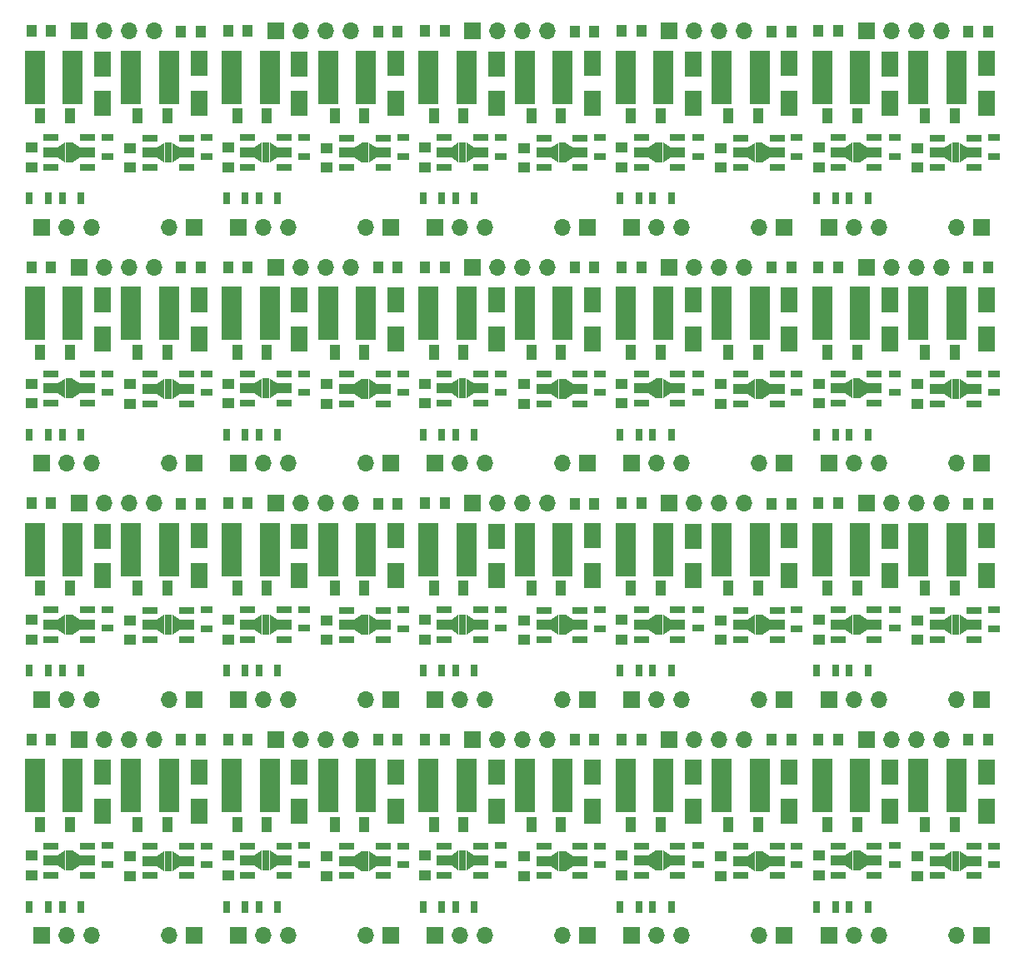
<source format=gts>
G04 #@! TF.FileFunction,Soldermask,Top*
%FSLAX46Y46*%
G04 Gerber Fmt 4.6, Leading zero omitted, Abs format (unit mm)*
G04 Created by KiCad (PCBNEW 4.0.2-stable) date 9/7/2017 8:19:00 PM*
%MOMM*%
G01*
G04 APERTURE LIST*
%ADD10C,0.100000*%
%ADD11R,1.500000X0.700000*%
%ADD12R,1.500000X1.000000*%
%ADD13R,0.800000X2.000000*%
%ADD14R,1.300000X0.700000*%
%ADD15R,1.250000X1.000000*%
%ADD16R,1.800000X2.500000*%
%ADD17R,2.150000X5.500000*%
%ADD18R,1.000000X1.600000*%
%ADD19R,1.000000X1.250000*%
%ADD20R,1.700000X1.700000*%
%ADD21O,1.700000X1.700000*%
%ADD22R,0.700000X1.300000*%
G04 APERTURE END LIST*
D10*
G36*
X135302000Y-135300000D02*
X136052000Y-135800000D01*
X136052000Y-136800000D01*
X135302000Y-137300000D01*
X135302000Y-135300000D01*
X135302000Y-135300000D01*
G37*
D11*
X136752000Y-134800000D03*
X136752000Y-137800000D03*
X133052000Y-134800000D03*
D12*
X133052000Y-136300000D03*
D11*
X133052000Y-137800000D03*
D12*
X136752000Y-136300000D03*
D10*
G36*
X134502000Y-137300000D02*
X133752000Y-136800000D01*
X133752000Y-135800000D01*
X134502000Y-135300000D01*
X134502000Y-137300000D01*
X134502000Y-137300000D01*
G37*
D13*
X134902000Y-136300000D03*
D10*
G36*
X115302000Y-135300000D02*
X116052000Y-135800000D01*
X116052000Y-136800000D01*
X115302000Y-137300000D01*
X115302000Y-135300000D01*
X115302000Y-135300000D01*
G37*
D11*
X116752000Y-134800000D03*
X116752000Y-137800000D03*
X113052000Y-134800000D03*
D12*
X113052000Y-136300000D03*
D11*
X113052000Y-137800000D03*
D12*
X116752000Y-136300000D03*
D10*
G36*
X114502000Y-137300000D02*
X113752000Y-136800000D01*
X113752000Y-135800000D01*
X114502000Y-135300000D01*
X114502000Y-137300000D01*
X114502000Y-137300000D01*
G37*
D13*
X114902000Y-136300000D03*
D10*
G36*
X95302000Y-135300000D02*
X96052000Y-135800000D01*
X96052000Y-136800000D01*
X95302000Y-137300000D01*
X95302000Y-135300000D01*
X95302000Y-135300000D01*
G37*
D11*
X96752000Y-134800000D03*
X96752000Y-137800000D03*
X93052000Y-134800000D03*
D12*
X93052000Y-136300000D03*
D11*
X93052000Y-137800000D03*
D12*
X96752000Y-136300000D03*
D10*
G36*
X94502000Y-137300000D02*
X93752000Y-136800000D01*
X93752000Y-135800000D01*
X94502000Y-135300000D01*
X94502000Y-137300000D01*
X94502000Y-137300000D01*
G37*
D13*
X94902000Y-136300000D03*
D10*
G36*
X75302000Y-135300000D02*
X76052000Y-135800000D01*
X76052000Y-136800000D01*
X75302000Y-137300000D01*
X75302000Y-135300000D01*
X75302000Y-135300000D01*
G37*
D11*
X76752000Y-134800000D03*
X76752000Y-137800000D03*
X73052000Y-134800000D03*
D12*
X73052000Y-136300000D03*
D11*
X73052000Y-137800000D03*
D12*
X76752000Y-136300000D03*
D10*
G36*
X74502000Y-137300000D02*
X73752000Y-136800000D01*
X73752000Y-135800000D01*
X74502000Y-135300000D01*
X74502000Y-137300000D01*
X74502000Y-137300000D01*
G37*
D13*
X74902000Y-136300000D03*
D10*
G36*
X55302000Y-135300000D02*
X56052000Y-135800000D01*
X56052000Y-136800000D01*
X55302000Y-137300000D01*
X55302000Y-135300000D01*
X55302000Y-135300000D01*
G37*
D11*
X56752000Y-134800000D03*
X56752000Y-137800000D03*
X53052000Y-134800000D03*
D12*
X53052000Y-136300000D03*
D11*
X53052000Y-137800000D03*
D12*
X56752000Y-136300000D03*
D10*
G36*
X54502000Y-137300000D02*
X53752000Y-136800000D01*
X53752000Y-135800000D01*
X54502000Y-135300000D01*
X54502000Y-137300000D01*
X54502000Y-137300000D01*
G37*
D13*
X54902000Y-136300000D03*
D10*
G36*
X135302000Y-111300000D02*
X136052000Y-111800000D01*
X136052000Y-112800000D01*
X135302000Y-113300000D01*
X135302000Y-111300000D01*
X135302000Y-111300000D01*
G37*
D11*
X136752000Y-110800000D03*
X136752000Y-113800000D03*
X133052000Y-110800000D03*
D12*
X133052000Y-112300000D03*
D11*
X133052000Y-113800000D03*
D12*
X136752000Y-112300000D03*
D10*
G36*
X134502000Y-113300000D02*
X133752000Y-112800000D01*
X133752000Y-111800000D01*
X134502000Y-111300000D01*
X134502000Y-113300000D01*
X134502000Y-113300000D01*
G37*
D13*
X134902000Y-112300000D03*
D10*
G36*
X115302000Y-111300000D02*
X116052000Y-111800000D01*
X116052000Y-112800000D01*
X115302000Y-113300000D01*
X115302000Y-111300000D01*
X115302000Y-111300000D01*
G37*
D11*
X116752000Y-110800000D03*
X116752000Y-113800000D03*
X113052000Y-110800000D03*
D12*
X113052000Y-112300000D03*
D11*
X113052000Y-113800000D03*
D12*
X116752000Y-112300000D03*
D10*
G36*
X114502000Y-113300000D02*
X113752000Y-112800000D01*
X113752000Y-111800000D01*
X114502000Y-111300000D01*
X114502000Y-113300000D01*
X114502000Y-113300000D01*
G37*
D13*
X114902000Y-112300000D03*
D10*
G36*
X95302000Y-111300000D02*
X96052000Y-111800000D01*
X96052000Y-112800000D01*
X95302000Y-113300000D01*
X95302000Y-111300000D01*
X95302000Y-111300000D01*
G37*
D11*
X96752000Y-110800000D03*
X96752000Y-113800000D03*
X93052000Y-110800000D03*
D12*
X93052000Y-112300000D03*
D11*
X93052000Y-113800000D03*
D12*
X96752000Y-112300000D03*
D10*
G36*
X94502000Y-113300000D02*
X93752000Y-112800000D01*
X93752000Y-111800000D01*
X94502000Y-111300000D01*
X94502000Y-113300000D01*
X94502000Y-113300000D01*
G37*
D13*
X94902000Y-112300000D03*
D10*
G36*
X75302000Y-111300000D02*
X76052000Y-111800000D01*
X76052000Y-112800000D01*
X75302000Y-113300000D01*
X75302000Y-111300000D01*
X75302000Y-111300000D01*
G37*
D11*
X76752000Y-110800000D03*
X76752000Y-113800000D03*
X73052000Y-110800000D03*
D12*
X73052000Y-112300000D03*
D11*
X73052000Y-113800000D03*
D12*
X76752000Y-112300000D03*
D10*
G36*
X74502000Y-113300000D02*
X73752000Y-112800000D01*
X73752000Y-111800000D01*
X74502000Y-111300000D01*
X74502000Y-113300000D01*
X74502000Y-113300000D01*
G37*
D13*
X74902000Y-112300000D03*
D10*
G36*
X55302000Y-111300000D02*
X56052000Y-111800000D01*
X56052000Y-112800000D01*
X55302000Y-113300000D01*
X55302000Y-111300000D01*
X55302000Y-111300000D01*
G37*
D11*
X56752000Y-110800000D03*
X56752000Y-113800000D03*
X53052000Y-110800000D03*
D12*
X53052000Y-112300000D03*
D11*
X53052000Y-113800000D03*
D12*
X56752000Y-112300000D03*
D10*
G36*
X54502000Y-113300000D02*
X53752000Y-112800000D01*
X53752000Y-111800000D01*
X54502000Y-111300000D01*
X54502000Y-113300000D01*
X54502000Y-113300000D01*
G37*
D13*
X54902000Y-112300000D03*
D10*
G36*
X135302000Y-87300000D02*
X136052000Y-87800000D01*
X136052000Y-88800000D01*
X135302000Y-89300000D01*
X135302000Y-87300000D01*
X135302000Y-87300000D01*
G37*
D11*
X136752000Y-86800000D03*
X136752000Y-89800000D03*
X133052000Y-86800000D03*
D12*
X133052000Y-88300000D03*
D11*
X133052000Y-89800000D03*
D12*
X136752000Y-88300000D03*
D10*
G36*
X134502000Y-89300000D02*
X133752000Y-88800000D01*
X133752000Y-87800000D01*
X134502000Y-87300000D01*
X134502000Y-89300000D01*
X134502000Y-89300000D01*
G37*
D13*
X134902000Y-88300000D03*
D10*
G36*
X115302000Y-87300000D02*
X116052000Y-87800000D01*
X116052000Y-88800000D01*
X115302000Y-89300000D01*
X115302000Y-87300000D01*
X115302000Y-87300000D01*
G37*
D11*
X116752000Y-86800000D03*
X116752000Y-89800000D03*
X113052000Y-86800000D03*
D12*
X113052000Y-88300000D03*
D11*
X113052000Y-89800000D03*
D12*
X116752000Y-88300000D03*
D10*
G36*
X114502000Y-89300000D02*
X113752000Y-88800000D01*
X113752000Y-87800000D01*
X114502000Y-87300000D01*
X114502000Y-89300000D01*
X114502000Y-89300000D01*
G37*
D13*
X114902000Y-88300000D03*
D10*
G36*
X95302000Y-87300000D02*
X96052000Y-87800000D01*
X96052000Y-88800000D01*
X95302000Y-89300000D01*
X95302000Y-87300000D01*
X95302000Y-87300000D01*
G37*
D11*
X96752000Y-86800000D03*
X96752000Y-89800000D03*
X93052000Y-86800000D03*
D12*
X93052000Y-88300000D03*
D11*
X93052000Y-89800000D03*
D12*
X96752000Y-88300000D03*
D10*
G36*
X94502000Y-89300000D02*
X93752000Y-88800000D01*
X93752000Y-87800000D01*
X94502000Y-87300000D01*
X94502000Y-89300000D01*
X94502000Y-89300000D01*
G37*
D13*
X94902000Y-88300000D03*
D10*
G36*
X75302000Y-87300000D02*
X76052000Y-87800000D01*
X76052000Y-88800000D01*
X75302000Y-89300000D01*
X75302000Y-87300000D01*
X75302000Y-87300000D01*
G37*
D11*
X76752000Y-86800000D03*
X76752000Y-89800000D03*
X73052000Y-86800000D03*
D12*
X73052000Y-88300000D03*
D11*
X73052000Y-89800000D03*
D12*
X76752000Y-88300000D03*
D10*
G36*
X74502000Y-89300000D02*
X73752000Y-88800000D01*
X73752000Y-87800000D01*
X74502000Y-87300000D01*
X74502000Y-89300000D01*
X74502000Y-89300000D01*
G37*
D13*
X74902000Y-88300000D03*
D10*
G36*
X55302000Y-87300000D02*
X56052000Y-87800000D01*
X56052000Y-88800000D01*
X55302000Y-89300000D01*
X55302000Y-87300000D01*
X55302000Y-87300000D01*
G37*
D11*
X56752000Y-86800000D03*
X56752000Y-89800000D03*
X53052000Y-86800000D03*
D12*
X53052000Y-88300000D03*
D11*
X53052000Y-89800000D03*
D12*
X56752000Y-88300000D03*
D10*
G36*
X54502000Y-89300000D02*
X53752000Y-88800000D01*
X53752000Y-87800000D01*
X54502000Y-87300000D01*
X54502000Y-89300000D01*
X54502000Y-89300000D01*
G37*
D13*
X54902000Y-88300000D03*
D10*
G36*
X135302000Y-63300000D02*
X136052000Y-63800000D01*
X136052000Y-64800000D01*
X135302000Y-65300000D01*
X135302000Y-63300000D01*
X135302000Y-63300000D01*
G37*
D11*
X136752000Y-62800000D03*
X136752000Y-65800000D03*
X133052000Y-62800000D03*
D12*
X133052000Y-64300000D03*
D11*
X133052000Y-65800000D03*
D12*
X136752000Y-64300000D03*
D10*
G36*
X134502000Y-65300000D02*
X133752000Y-64800000D01*
X133752000Y-63800000D01*
X134502000Y-63300000D01*
X134502000Y-65300000D01*
X134502000Y-65300000D01*
G37*
D13*
X134902000Y-64300000D03*
D10*
G36*
X115302000Y-63300000D02*
X116052000Y-63800000D01*
X116052000Y-64800000D01*
X115302000Y-65300000D01*
X115302000Y-63300000D01*
X115302000Y-63300000D01*
G37*
D11*
X116752000Y-62800000D03*
X116752000Y-65800000D03*
X113052000Y-62800000D03*
D12*
X113052000Y-64300000D03*
D11*
X113052000Y-65800000D03*
D12*
X116752000Y-64300000D03*
D10*
G36*
X114502000Y-65300000D02*
X113752000Y-64800000D01*
X113752000Y-63800000D01*
X114502000Y-63300000D01*
X114502000Y-65300000D01*
X114502000Y-65300000D01*
G37*
D13*
X114902000Y-64300000D03*
D10*
G36*
X95302000Y-63300000D02*
X96052000Y-63800000D01*
X96052000Y-64800000D01*
X95302000Y-65300000D01*
X95302000Y-63300000D01*
X95302000Y-63300000D01*
G37*
D11*
X96752000Y-62800000D03*
X96752000Y-65800000D03*
X93052000Y-62800000D03*
D12*
X93052000Y-64300000D03*
D11*
X93052000Y-65800000D03*
D12*
X96752000Y-64300000D03*
D10*
G36*
X94502000Y-65300000D02*
X93752000Y-64800000D01*
X93752000Y-63800000D01*
X94502000Y-63300000D01*
X94502000Y-65300000D01*
X94502000Y-65300000D01*
G37*
D13*
X94902000Y-64300000D03*
D10*
G36*
X75302000Y-63300000D02*
X76052000Y-63800000D01*
X76052000Y-64800000D01*
X75302000Y-65300000D01*
X75302000Y-63300000D01*
X75302000Y-63300000D01*
G37*
D11*
X76752000Y-62800000D03*
X76752000Y-65800000D03*
X73052000Y-62800000D03*
D12*
X73052000Y-64300000D03*
D11*
X73052000Y-65800000D03*
D12*
X76752000Y-64300000D03*
D10*
G36*
X74502000Y-65300000D02*
X73752000Y-64800000D01*
X73752000Y-63800000D01*
X74502000Y-63300000D01*
X74502000Y-65300000D01*
X74502000Y-65300000D01*
G37*
D13*
X74902000Y-64300000D03*
D14*
X138813600Y-134791200D03*
X138813600Y-136691200D03*
X118813600Y-134791200D03*
X118813600Y-136691200D03*
X98813600Y-134791200D03*
X98813600Y-136691200D03*
X78813600Y-134791200D03*
X78813600Y-136691200D03*
X58813600Y-134791200D03*
X58813600Y-136691200D03*
X138813600Y-110791200D03*
X138813600Y-112691200D03*
X118813600Y-110791200D03*
X118813600Y-112691200D03*
X98813600Y-110791200D03*
X98813600Y-112691200D03*
X78813600Y-110791200D03*
X78813600Y-112691200D03*
X58813600Y-110791200D03*
X58813600Y-112691200D03*
X138813600Y-86791200D03*
X138813600Y-88691200D03*
X118813600Y-86791200D03*
X118813600Y-88691200D03*
X98813600Y-86791200D03*
X98813600Y-88691200D03*
X78813600Y-86791200D03*
X78813600Y-88691200D03*
X58813600Y-86791200D03*
X58813600Y-88691200D03*
X138813600Y-62791200D03*
X138813600Y-64691200D03*
X118813600Y-62791200D03*
X118813600Y-64691200D03*
X98813600Y-62791200D03*
X98813600Y-64691200D03*
X78813600Y-62791200D03*
X78813600Y-64691200D03*
D15*
X131092000Y-137808000D03*
X131092000Y-135808000D03*
X111092000Y-137808000D03*
X111092000Y-135808000D03*
X91092000Y-137808000D03*
X91092000Y-135808000D03*
X71092000Y-137808000D03*
X71092000Y-135808000D03*
X51092000Y-137808000D03*
X51092000Y-135808000D03*
X131092000Y-113808000D03*
X131092000Y-111808000D03*
X111092000Y-113808000D03*
X111092000Y-111808000D03*
X91092000Y-113808000D03*
X91092000Y-111808000D03*
X71092000Y-113808000D03*
X71092000Y-111808000D03*
X51092000Y-113808000D03*
X51092000Y-111808000D03*
X131092000Y-89808000D03*
X131092000Y-87808000D03*
X111092000Y-89808000D03*
X111092000Y-87808000D03*
X91092000Y-89808000D03*
X91092000Y-87808000D03*
X71092000Y-89808000D03*
X71092000Y-87808000D03*
X51092000Y-89808000D03*
X51092000Y-87808000D03*
X131092000Y-65808000D03*
X131092000Y-63808000D03*
X111092000Y-65808000D03*
X111092000Y-63808000D03*
X91092000Y-65808000D03*
X91092000Y-63808000D03*
X71092000Y-65808000D03*
X71092000Y-63808000D03*
D10*
G36*
X145407000Y-135339500D02*
X146157000Y-135839500D01*
X146157000Y-136839500D01*
X145407000Y-137339500D01*
X145407000Y-135339500D01*
X145407000Y-135339500D01*
G37*
D11*
X146857000Y-134839500D03*
X146857000Y-137839500D03*
X143157000Y-134839500D03*
D12*
X143157000Y-136339500D03*
D11*
X143157000Y-137839500D03*
D12*
X146857000Y-136339500D03*
D10*
G36*
X144607000Y-137339500D02*
X143857000Y-136839500D01*
X143857000Y-135839500D01*
X144607000Y-135339500D01*
X144607000Y-137339500D01*
X144607000Y-137339500D01*
G37*
D13*
X145007000Y-136339500D03*
D10*
G36*
X125407000Y-135339500D02*
X126157000Y-135839500D01*
X126157000Y-136839500D01*
X125407000Y-137339500D01*
X125407000Y-135339500D01*
X125407000Y-135339500D01*
G37*
D11*
X126857000Y-134839500D03*
X126857000Y-137839500D03*
X123157000Y-134839500D03*
D12*
X123157000Y-136339500D03*
D11*
X123157000Y-137839500D03*
D12*
X126857000Y-136339500D03*
D10*
G36*
X124607000Y-137339500D02*
X123857000Y-136839500D01*
X123857000Y-135839500D01*
X124607000Y-135339500D01*
X124607000Y-137339500D01*
X124607000Y-137339500D01*
G37*
D13*
X125007000Y-136339500D03*
D10*
G36*
X105407000Y-135339500D02*
X106157000Y-135839500D01*
X106157000Y-136839500D01*
X105407000Y-137339500D01*
X105407000Y-135339500D01*
X105407000Y-135339500D01*
G37*
D11*
X106857000Y-134839500D03*
X106857000Y-137839500D03*
X103157000Y-134839500D03*
D12*
X103157000Y-136339500D03*
D11*
X103157000Y-137839500D03*
D12*
X106857000Y-136339500D03*
D10*
G36*
X104607000Y-137339500D02*
X103857000Y-136839500D01*
X103857000Y-135839500D01*
X104607000Y-135339500D01*
X104607000Y-137339500D01*
X104607000Y-137339500D01*
G37*
D13*
X105007000Y-136339500D03*
D10*
G36*
X85407000Y-135339500D02*
X86157000Y-135839500D01*
X86157000Y-136839500D01*
X85407000Y-137339500D01*
X85407000Y-135339500D01*
X85407000Y-135339500D01*
G37*
D11*
X86857000Y-134839500D03*
X86857000Y-137839500D03*
X83157000Y-134839500D03*
D12*
X83157000Y-136339500D03*
D11*
X83157000Y-137839500D03*
D12*
X86857000Y-136339500D03*
D10*
G36*
X84607000Y-137339500D02*
X83857000Y-136839500D01*
X83857000Y-135839500D01*
X84607000Y-135339500D01*
X84607000Y-137339500D01*
X84607000Y-137339500D01*
G37*
D13*
X85007000Y-136339500D03*
D10*
G36*
X65407000Y-135339500D02*
X66157000Y-135839500D01*
X66157000Y-136839500D01*
X65407000Y-137339500D01*
X65407000Y-135339500D01*
X65407000Y-135339500D01*
G37*
D11*
X66857000Y-134839500D03*
X66857000Y-137839500D03*
X63157000Y-134839500D03*
D12*
X63157000Y-136339500D03*
D11*
X63157000Y-137839500D03*
D12*
X66857000Y-136339500D03*
D10*
G36*
X64607000Y-137339500D02*
X63857000Y-136839500D01*
X63857000Y-135839500D01*
X64607000Y-135339500D01*
X64607000Y-137339500D01*
X64607000Y-137339500D01*
G37*
D13*
X65007000Y-136339500D03*
D10*
G36*
X145407000Y-111339500D02*
X146157000Y-111839500D01*
X146157000Y-112839500D01*
X145407000Y-113339500D01*
X145407000Y-111339500D01*
X145407000Y-111339500D01*
G37*
D11*
X146857000Y-110839500D03*
X146857000Y-113839500D03*
X143157000Y-110839500D03*
D12*
X143157000Y-112339500D03*
D11*
X143157000Y-113839500D03*
D12*
X146857000Y-112339500D03*
D10*
G36*
X144607000Y-113339500D02*
X143857000Y-112839500D01*
X143857000Y-111839500D01*
X144607000Y-111339500D01*
X144607000Y-113339500D01*
X144607000Y-113339500D01*
G37*
D13*
X145007000Y-112339500D03*
D10*
G36*
X125407000Y-111339500D02*
X126157000Y-111839500D01*
X126157000Y-112839500D01*
X125407000Y-113339500D01*
X125407000Y-111339500D01*
X125407000Y-111339500D01*
G37*
D11*
X126857000Y-110839500D03*
X126857000Y-113839500D03*
X123157000Y-110839500D03*
D12*
X123157000Y-112339500D03*
D11*
X123157000Y-113839500D03*
D12*
X126857000Y-112339500D03*
D10*
G36*
X124607000Y-113339500D02*
X123857000Y-112839500D01*
X123857000Y-111839500D01*
X124607000Y-111339500D01*
X124607000Y-113339500D01*
X124607000Y-113339500D01*
G37*
D13*
X125007000Y-112339500D03*
D10*
G36*
X105407000Y-111339500D02*
X106157000Y-111839500D01*
X106157000Y-112839500D01*
X105407000Y-113339500D01*
X105407000Y-111339500D01*
X105407000Y-111339500D01*
G37*
D11*
X106857000Y-110839500D03*
X106857000Y-113839500D03*
X103157000Y-110839500D03*
D12*
X103157000Y-112339500D03*
D11*
X103157000Y-113839500D03*
D12*
X106857000Y-112339500D03*
D10*
G36*
X104607000Y-113339500D02*
X103857000Y-112839500D01*
X103857000Y-111839500D01*
X104607000Y-111339500D01*
X104607000Y-113339500D01*
X104607000Y-113339500D01*
G37*
D13*
X105007000Y-112339500D03*
D10*
G36*
X85407000Y-111339500D02*
X86157000Y-111839500D01*
X86157000Y-112839500D01*
X85407000Y-113339500D01*
X85407000Y-111339500D01*
X85407000Y-111339500D01*
G37*
D11*
X86857000Y-110839500D03*
X86857000Y-113839500D03*
X83157000Y-110839500D03*
D12*
X83157000Y-112339500D03*
D11*
X83157000Y-113839500D03*
D12*
X86857000Y-112339500D03*
D10*
G36*
X84607000Y-113339500D02*
X83857000Y-112839500D01*
X83857000Y-111839500D01*
X84607000Y-111339500D01*
X84607000Y-113339500D01*
X84607000Y-113339500D01*
G37*
D13*
X85007000Y-112339500D03*
D10*
G36*
X65407000Y-111339500D02*
X66157000Y-111839500D01*
X66157000Y-112839500D01*
X65407000Y-113339500D01*
X65407000Y-111339500D01*
X65407000Y-111339500D01*
G37*
D11*
X66857000Y-110839500D03*
X66857000Y-113839500D03*
X63157000Y-110839500D03*
D12*
X63157000Y-112339500D03*
D11*
X63157000Y-113839500D03*
D12*
X66857000Y-112339500D03*
D10*
G36*
X64607000Y-113339500D02*
X63857000Y-112839500D01*
X63857000Y-111839500D01*
X64607000Y-111339500D01*
X64607000Y-113339500D01*
X64607000Y-113339500D01*
G37*
D13*
X65007000Y-112339500D03*
D10*
G36*
X145407000Y-87339500D02*
X146157000Y-87839500D01*
X146157000Y-88839500D01*
X145407000Y-89339500D01*
X145407000Y-87339500D01*
X145407000Y-87339500D01*
G37*
D11*
X146857000Y-86839500D03*
X146857000Y-89839500D03*
X143157000Y-86839500D03*
D12*
X143157000Y-88339500D03*
D11*
X143157000Y-89839500D03*
D12*
X146857000Y-88339500D03*
D10*
G36*
X144607000Y-89339500D02*
X143857000Y-88839500D01*
X143857000Y-87839500D01*
X144607000Y-87339500D01*
X144607000Y-89339500D01*
X144607000Y-89339500D01*
G37*
D13*
X145007000Y-88339500D03*
D10*
G36*
X125407000Y-87339500D02*
X126157000Y-87839500D01*
X126157000Y-88839500D01*
X125407000Y-89339500D01*
X125407000Y-87339500D01*
X125407000Y-87339500D01*
G37*
D11*
X126857000Y-86839500D03*
X126857000Y-89839500D03*
X123157000Y-86839500D03*
D12*
X123157000Y-88339500D03*
D11*
X123157000Y-89839500D03*
D12*
X126857000Y-88339500D03*
D10*
G36*
X124607000Y-89339500D02*
X123857000Y-88839500D01*
X123857000Y-87839500D01*
X124607000Y-87339500D01*
X124607000Y-89339500D01*
X124607000Y-89339500D01*
G37*
D13*
X125007000Y-88339500D03*
D10*
G36*
X105407000Y-87339500D02*
X106157000Y-87839500D01*
X106157000Y-88839500D01*
X105407000Y-89339500D01*
X105407000Y-87339500D01*
X105407000Y-87339500D01*
G37*
D11*
X106857000Y-86839500D03*
X106857000Y-89839500D03*
X103157000Y-86839500D03*
D12*
X103157000Y-88339500D03*
D11*
X103157000Y-89839500D03*
D12*
X106857000Y-88339500D03*
D10*
G36*
X104607000Y-89339500D02*
X103857000Y-88839500D01*
X103857000Y-87839500D01*
X104607000Y-87339500D01*
X104607000Y-89339500D01*
X104607000Y-89339500D01*
G37*
D13*
X105007000Y-88339500D03*
D10*
G36*
X85407000Y-87339500D02*
X86157000Y-87839500D01*
X86157000Y-88839500D01*
X85407000Y-89339500D01*
X85407000Y-87339500D01*
X85407000Y-87339500D01*
G37*
D11*
X86857000Y-86839500D03*
X86857000Y-89839500D03*
X83157000Y-86839500D03*
D12*
X83157000Y-88339500D03*
D11*
X83157000Y-89839500D03*
D12*
X86857000Y-88339500D03*
D10*
G36*
X84607000Y-89339500D02*
X83857000Y-88839500D01*
X83857000Y-87839500D01*
X84607000Y-87339500D01*
X84607000Y-89339500D01*
X84607000Y-89339500D01*
G37*
D13*
X85007000Y-88339500D03*
D10*
G36*
X65407000Y-87339500D02*
X66157000Y-87839500D01*
X66157000Y-88839500D01*
X65407000Y-89339500D01*
X65407000Y-87339500D01*
X65407000Y-87339500D01*
G37*
D11*
X66857000Y-86839500D03*
X66857000Y-89839500D03*
X63157000Y-86839500D03*
D12*
X63157000Y-88339500D03*
D11*
X63157000Y-89839500D03*
D12*
X66857000Y-88339500D03*
D10*
G36*
X64607000Y-89339500D02*
X63857000Y-88839500D01*
X63857000Y-87839500D01*
X64607000Y-87339500D01*
X64607000Y-89339500D01*
X64607000Y-89339500D01*
G37*
D13*
X65007000Y-88339500D03*
D10*
G36*
X145407000Y-63339500D02*
X146157000Y-63839500D01*
X146157000Y-64839500D01*
X145407000Y-65339500D01*
X145407000Y-63339500D01*
X145407000Y-63339500D01*
G37*
D11*
X146857000Y-62839500D03*
X146857000Y-65839500D03*
X143157000Y-62839500D03*
D12*
X143157000Y-64339500D03*
D11*
X143157000Y-65839500D03*
D12*
X146857000Y-64339500D03*
D10*
G36*
X144607000Y-65339500D02*
X143857000Y-64839500D01*
X143857000Y-63839500D01*
X144607000Y-63339500D01*
X144607000Y-65339500D01*
X144607000Y-65339500D01*
G37*
D13*
X145007000Y-64339500D03*
D10*
G36*
X125407000Y-63339500D02*
X126157000Y-63839500D01*
X126157000Y-64839500D01*
X125407000Y-65339500D01*
X125407000Y-63339500D01*
X125407000Y-63339500D01*
G37*
D11*
X126857000Y-62839500D03*
X126857000Y-65839500D03*
X123157000Y-62839500D03*
D12*
X123157000Y-64339500D03*
D11*
X123157000Y-65839500D03*
D12*
X126857000Y-64339500D03*
D10*
G36*
X124607000Y-65339500D02*
X123857000Y-64839500D01*
X123857000Y-63839500D01*
X124607000Y-63339500D01*
X124607000Y-65339500D01*
X124607000Y-65339500D01*
G37*
D13*
X125007000Y-64339500D03*
D10*
G36*
X105407000Y-63339500D02*
X106157000Y-63839500D01*
X106157000Y-64839500D01*
X105407000Y-65339500D01*
X105407000Y-63339500D01*
X105407000Y-63339500D01*
G37*
D11*
X106857000Y-62839500D03*
X106857000Y-65839500D03*
X103157000Y-62839500D03*
D12*
X103157000Y-64339500D03*
D11*
X103157000Y-65839500D03*
D12*
X106857000Y-64339500D03*
D10*
G36*
X104607000Y-65339500D02*
X103857000Y-64839500D01*
X103857000Y-63839500D01*
X104607000Y-63339500D01*
X104607000Y-65339500D01*
X104607000Y-65339500D01*
G37*
D13*
X105007000Y-64339500D03*
D10*
G36*
X85407000Y-63339500D02*
X86157000Y-63839500D01*
X86157000Y-64839500D01*
X85407000Y-65339500D01*
X85407000Y-63339500D01*
X85407000Y-63339500D01*
G37*
D11*
X86857000Y-62839500D03*
X86857000Y-65839500D03*
X83157000Y-62839500D03*
D12*
X83157000Y-64339500D03*
D11*
X83157000Y-65839500D03*
D12*
X86857000Y-64339500D03*
D10*
G36*
X84607000Y-65339500D02*
X83857000Y-64839500D01*
X83857000Y-63839500D01*
X84607000Y-63339500D01*
X84607000Y-65339500D01*
X84607000Y-65339500D01*
G37*
D13*
X85007000Y-64339500D03*
D15*
X141125000Y-137871500D03*
X141125000Y-135871500D03*
X121125000Y-137871500D03*
X121125000Y-135871500D03*
X101125000Y-137871500D03*
X101125000Y-135871500D03*
X81125000Y-137871500D03*
X81125000Y-135871500D03*
X61125000Y-137871500D03*
X61125000Y-135871500D03*
X141125000Y-113871500D03*
X141125000Y-111871500D03*
X121125000Y-113871500D03*
X121125000Y-111871500D03*
X101125000Y-113871500D03*
X101125000Y-111871500D03*
X81125000Y-113871500D03*
X81125000Y-111871500D03*
X61125000Y-113871500D03*
X61125000Y-111871500D03*
X141125000Y-89871500D03*
X141125000Y-87871500D03*
X121125000Y-89871500D03*
X121125000Y-87871500D03*
X101125000Y-89871500D03*
X101125000Y-87871500D03*
X81125000Y-89871500D03*
X81125000Y-87871500D03*
X61125000Y-89871500D03*
X61125000Y-87871500D03*
X141125000Y-65871500D03*
X141125000Y-63871500D03*
X121125000Y-65871500D03*
X121125000Y-63871500D03*
X101125000Y-65871500D03*
X101125000Y-63871500D03*
X81125000Y-65871500D03*
X81125000Y-63871500D03*
D14*
X148872000Y-134803900D03*
X148872000Y-136703900D03*
X128872000Y-134803900D03*
X128872000Y-136703900D03*
X108872000Y-134803900D03*
X108872000Y-136703900D03*
X88872000Y-134803900D03*
X88872000Y-136703900D03*
X68872000Y-134803900D03*
X68872000Y-136703900D03*
X148872000Y-110803900D03*
X148872000Y-112703900D03*
X128872000Y-110803900D03*
X128872000Y-112703900D03*
X108872000Y-110803900D03*
X108872000Y-112703900D03*
X88872000Y-110803900D03*
X88872000Y-112703900D03*
X68872000Y-110803900D03*
X68872000Y-112703900D03*
X148872000Y-86803900D03*
X148872000Y-88703900D03*
X128872000Y-86803900D03*
X128872000Y-88703900D03*
X108872000Y-86803900D03*
X108872000Y-88703900D03*
X88872000Y-86803900D03*
X88872000Y-88703900D03*
X68872000Y-86803900D03*
X68872000Y-88703900D03*
X148872000Y-62803900D03*
X148872000Y-64703900D03*
X128872000Y-62803900D03*
X128872000Y-64703900D03*
X108872000Y-62803900D03*
X108872000Y-64703900D03*
X88872000Y-62803900D03*
X88872000Y-64703900D03*
D16*
X138331000Y-131315000D03*
X138331000Y-127315000D03*
X118331000Y-131315000D03*
X118331000Y-127315000D03*
X98331000Y-131315000D03*
X98331000Y-127315000D03*
X78331000Y-131315000D03*
X78331000Y-127315000D03*
X58331000Y-131315000D03*
X58331000Y-127315000D03*
X138331000Y-107315000D03*
X138331000Y-103315000D03*
X118331000Y-107315000D03*
X118331000Y-103315000D03*
X98331000Y-107315000D03*
X98331000Y-103315000D03*
X78331000Y-107315000D03*
X78331000Y-103315000D03*
X58331000Y-107315000D03*
X58331000Y-103315000D03*
X138331000Y-83315000D03*
X138331000Y-79315000D03*
X118331000Y-83315000D03*
X118331000Y-79315000D03*
X98331000Y-83315000D03*
X98331000Y-79315000D03*
X78331000Y-83315000D03*
X78331000Y-79315000D03*
X58331000Y-83315000D03*
X58331000Y-79315000D03*
X138331000Y-59315000D03*
X138331000Y-55315000D03*
X118331000Y-59315000D03*
X118331000Y-55315000D03*
X98331000Y-59315000D03*
X98331000Y-55315000D03*
X78331000Y-59315000D03*
X78331000Y-55315000D03*
D17*
X131453000Y-128680000D03*
X135303000Y-128680000D03*
X111453000Y-128680000D03*
X115303000Y-128680000D03*
X91453000Y-128680000D03*
X95303000Y-128680000D03*
X71453000Y-128680000D03*
X75303000Y-128680000D03*
X51453000Y-128680000D03*
X55303000Y-128680000D03*
X131453000Y-104680000D03*
X135303000Y-104680000D03*
X111453000Y-104680000D03*
X115303000Y-104680000D03*
X91453000Y-104680000D03*
X95303000Y-104680000D03*
X71453000Y-104680000D03*
X75303000Y-104680000D03*
X51453000Y-104680000D03*
X55303000Y-104680000D03*
X131453000Y-80680000D03*
X135303000Y-80680000D03*
X111453000Y-80680000D03*
X115303000Y-80680000D03*
X91453000Y-80680000D03*
X95303000Y-80680000D03*
X71453000Y-80680000D03*
X75303000Y-80680000D03*
X51453000Y-80680000D03*
X55303000Y-80680000D03*
X131453000Y-56680000D03*
X135303000Y-56680000D03*
X111453000Y-56680000D03*
X115303000Y-56680000D03*
X91453000Y-56680000D03*
X95303000Y-56680000D03*
X71453000Y-56680000D03*
X75303000Y-56680000D03*
D18*
X132005000Y-132617000D03*
X135005000Y-132617000D03*
X112005000Y-132617000D03*
X115005000Y-132617000D03*
X92005000Y-132617000D03*
X95005000Y-132617000D03*
X72005000Y-132617000D03*
X75005000Y-132617000D03*
X52005000Y-132617000D03*
X55005000Y-132617000D03*
X132005000Y-108617000D03*
X135005000Y-108617000D03*
X112005000Y-108617000D03*
X115005000Y-108617000D03*
X92005000Y-108617000D03*
X95005000Y-108617000D03*
X72005000Y-108617000D03*
X75005000Y-108617000D03*
X52005000Y-108617000D03*
X55005000Y-108617000D03*
X132005000Y-84617000D03*
X135005000Y-84617000D03*
X112005000Y-84617000D03*
X115005000Y-84617000D03*
X92005000Y-84617000D03*
X95005000Y-84617000D03*
X72005000Y-84617000D03*
X75005000Y-84617000D03*
X52005000Y-84617000D03*
X55005000Y-84617000D03*
X132005000Y-60617000D03*
X135005000Y-60617000D03*
X112005000Y-60617000D03*
X115005000Y-60617000D03*
X92005000Y-60617000D03*
X95005000Y-60617000D03*
X72005000Y-60617000D03*
X75005000Y-60617000D03*
D19*
X131082600Y-123955600D03*
X133082600Y-123955600D03*
X111082600Y-123955600D03*
X113082600Y-123955600D03*
X91082600Y-123955600D03*
X93082600Y-123955600D03*
X71082600Y-123955600D03*
X73082600Y-123955600D03*
X51082600Y-123955600D03*
X53082600Y-123955600D03*
X131082600Y-99955600D03*
X133082600Y-99955600D03*
X111082600Y-99955600D03*
X113082600Y-99955600D03*
X91082600Y-99955600D03*
X93082600Y-99955600D03*
X71082600Y-99955600D03*
X73082600Y-99955600D03*
X51082600Y-99955600D03*
X53082600Y-99955600D03*
X131082600Y-75955600D03*
X133082600Y-75955600D03*
X111082600Y-75955600D03*
X113082600Y-75955600D03*
X91082600Y-75955600D03*
X93082600Y-75955600D03*
X71082600Y-75955600D03*
X73082600Y-75955600D03*
X51082600Y-75955600D03*
X53082600Y-75955600D03*
X131082600Y-51955600D03*
X133082600Y-51955600D03*
X111082600Y-51955600D03*
X113082600Y-51955600D03*
X91082600Y-51955600D03*
X93082600Y-51955600D03*
X71082600Y-51955600D03*
X73082600Y-51955600D03*
D20*
X135918000Y-123981000D03*
D21*
X138458000Y-123981000D03*
X140998000Y-123981000D03*
X143538000Y-123981000D03*
D20*
X115918000Y-123981000D03*
D21*
X118458000Y-123981000D03*
X120998000Y-123981000D03*
X123538000Y-123981000D03*
D20*
X95918000Y-123981000D03*
D21*
X98458000Y-123981000D03*
X100998000Y-123981000D03*
X103538000Y-123981000D03*
D20*
X75918000Y-123981000D03*
D21*
X78458000Y-123981000D03*
X80998000Y-123981000D03*
X83538000Y-123981000D03*
D20*
X55918000Y-123981000D03*
D21*
X58458000Y-123981000D03*
X60998000Y-123981000D03*
X63538000Y-123981000D03*
D20*
X135918000Y-99981000D03*
D21*
X138458000Y-99981000D03*
X140998000Y-99981000D03*
X143538000Y-99981000D03*
D20*
X115918000Y-99981000D03*
D21*
X118458000Y-99981000D03*
X120998000Y-99981000D03*
X123538000Y-99981000D03*
D20*
X95918000Y-99981000D03*
D21*
X98458000Y-99981000D03*
X100998000Y-99981000D03*
X103538000Y-99981000D03*
D20*
X75918000Y-99981000D03*
D21*
X78458000Y-99981000D03*
X80998000Y-99981000D03*
X83538000Y-99981000D03*
D20*
X55918000Y-99981000D03*
D21*
X58458000Y-99981000D03*
X60998000Y-99981000D03*
X63538000Y-99981000D03*
D20*
X135918000Y-75981000D03*
D21*
X138458000Y-75981000D03*
X140998000Y-75981000D03*
X143538000Y-75981000D03*
D20*
X115918000Y-75981000D03*
D21*
X118458000Y-75981000D03*
X120998000Y-75981000D03*
X123538000Y-75981000D03*
D20*
X95918000Y-75981000D03*
D21*
X98458000Y-75981000D03*
X100998000Y-75981000D03*
X103538000Y-75981000D03*
D20*
X75918000Y-75981000D03*
D21*
X78458000Y-75981000D03*
X80998000Y-75981000D03*
X83538000Y-75981000D03*
D20*
X55918000Y-75981000D03*
D21*
X58458000Y-75981000D03*
X60998000Y-75981000D03*
X63538000Y-75981000D03*
D20*
X135918000Y-51981000D03*
D21*
X138458000Y-51981000D03*
X140998000Y-51981000D03*
X143538000Y-51981000D03*
D20*
X115918000Y-51981000D03*
D21*
X118458000Y-51981000D03*
X120998000Y-51981000D03*
X123538000Y-51981000D03*
D20*
X95918000Y-51981000D03*
D21*
X98458000Y-51981000D03*
X100998000Y-51981000D03*
X103538000Y-51981000D03*
D20*
X75918000Y-51981000D03*
D21*
X78458000Y-51981000D03*
X80998000Y-51981000D03*
X83538000Y-51981000D03*
D16*
X148110000Y-131283000D03*
X148110000Y-127283000D03*
X128110000Y-131283000D03*
X128110000Y-127283000D03*
X108110000Y-131283000D03*
X108110000Y-127283000D03*
X88110000Y-131283000D03*
X88110000Y-127283000D03*
X68110000Y-131283000D03*
X68110000Y-127283000D03*
X148110000Y-107283000D03*
X148110000Y-103283000D03*
X128110000Y-107283000D03*
X128110000Y-103283000D03*
X108110000Y-107283000D03*
X108110000Y-103283000D03*
X88110000Y-107283000D03*
X88110000Y-103283000D03*
X68110000Y-107283000D03*
X68110000Y-103283000D03*
X148110000Y-83283000D03*
X148110000Y-79283000D03*
X128110000Y-83283000D03*
X128110000Y-79283000D03*
X108110000Y-83283000D03*
X108110000Y-79283000D03*
X88110000Y-83283000D03*
X88110000Y-79283000D03*
X68110000Y-83283000D03*
X68110000Y-79283000D03*
X148110000Y-59283000D03*
X148110000Y-55283000D03*
X128110000Y-59283000D03*
X128110000Y-55283000D03*
X108110000Y-59283000D03*
X108110000Y-55283000D03*
X88110000Y-59283000D03*
X88110000Y-55283000D03*
D18*
X141911000Y-132617000D03*
X144911000Y-132617000D03*
X121911000Y-132617000D03*
X124911000Y-132617000D03*
X101911000Y-132617000D03*
X104911000Y-132617000D03*
X81911000Y-132617000D03*
X84911000Y-132617000D03*
X61911000Y-132617000D03*
X64911000Y-132617000D03*
X141911000Y-108617000D03*
X144911000Y-108617000D03*
X121911000Y-108617000D03*
X124911000Y-108617000D03*
X101911000Y-108617000D03*
X104911000Y-108617000D03*
X81911000Y-108617000D03*
X84911000Y-108617000D03*
X61911000Y-108617000D03*
X64911000Y-108617000D03*
X141911000Y-84617000D03*
X144911000Y-84617000D03*
X121911000Y-84617000D03*
X124911000Y-84617000D03*
X101911000Y-84617000D03*
X104911000Y-84617000D03*
X81911000Y-84617000D03*
X84911000Y-84617000D03*
X61911000Y-84617000D03*
X64911000Y-84617000D03*
X141911000Y-60617000D03*
X144911000Y-60617000D03*
X121911000Y-60617000D03*
X124911000Y-60617000D03*
X101911000Y-60617000D03*
X104911000Y-60617000D03*
X81911000Y-60617000D03*
X84911000Y-60617000D03*
D19*
X148297200Y-124006400D03*
X146297200Y-124006400D03*
X128297200Y-124006400D03*
X126297200Y-124006400D03*
X108297200Y-124006400D03*
X106297200Y-124006400D03*
X88297200Y-124006400D03*
X86297200Y-124006400D03*
X68297200Y-124006400D03*
X66297200Y-124006400D03*
X148297200Y-100006400D03*
X146297200Y-100006400D03*
X128297200Y-100006400D03*
X126297200Y-100006400D03*
X108297200Y-100006400D03*
X106297200Y-100006400D03*
X88297200Y-100006400D03*
X86297200Y-100006400D03*
X68297200Y-100006400D03*
X66297200Y-100006400D03*
X148297200Y-76006400D03*
X146297200Y-76006400D03*
X128297200Y-76006400D03*
X126297200Y-76006400D03*
X108297200Y-76006400D03*
X106297200Y-76006400D03*
X88297200Y-76006400D03*
X86297200Y-76006400D03*
X68297200Y-76006400D03*
X66297200Y-76006400D03*
X148297200Y-52006400D03*
X146297200Y-52006400D03*
X128297200Y-52006400D03*
X126297200Y-52006400D03*
X108297200Y-52006400D03*
X106297200Y-52006400D03*
X88297200Y-52006400D03*
X86297200Y-52006400D03*
D17*
X141232000Y-128680000D03*
X145082000Y-128680000D03*
X121232000Y-128680000D03*
X125082000Y-128680000D03*
X101232000Y-128680000D03*
X105082000Y-128680000D03*
X81232000Y-128680000D03*
X85082000Y-128680000D03*
X61232000Y-128680000D03*
X65082000Y-128680000D03*
X141232000Y-104680000D03*
X145082000Y-104680000D03*
X121232000Y-104680000D03*
X125082000Y-104680000D03*
X101232000Y-104680000D03*
X105082000Y-104680000D03*
X81232000Y-104680000D03*
X85082000Y-104680000D03*
X61232000Y-104680000D03*
X65082000Y-104680000D03*
X141232000Y-80680000D03*
X145082000Y-80680000D03*
X121232000Y-80680000D03*
X125082000Y-80680000D03*
X101232000Y-80680000D03*
X105082000Y-80680000D03*
X81232000Y-80680000D03*
X85082000Y-80680000D03*
X61232000Y-80680000D03*
X65082000Y-80680000D03*
X141232000Y-56680000D03*
X145082000Y-56680000D03*
X121232000Y-56680000D03*
X125082000Y-56680000D03*
X101232000Y-56680000D03*
X105082000Y-56680000D03*
X81232000Y-56680000D03*
X85082000Y-56680000D03*
D22*
X136116200Y-140999000D03*
X134216200Y-140999000D03*
X116116200Y-140999000D03*
X114216200Y-140999000D03*
X96116200Y-140999000D03*
X94216200Y-140999000D03*
X76116200Y-140999000D03*
X74216200Y-140999000D03*
X56116200Y-140999000D03*
X54216200Y-140999000D03*
X136116200Y-116999000D03*
X134216200Y-116999000D03*
X116116200Y-116999000D03*
X114216200Y-116999000D03*
X96116200Y-116999000D03*
X94216200Y-116999000D03*
X76116200Y-116999000D03*
X74216200Y-116999000D03*
X56116200Y-116999000D03*
X54216200Y-116999000D03*
X136116200Y-92999000D03*
X134216200Y-92999000D03*
X116116200Y-92999000D03*
X114216200Y-92999000D03*
X96116200Y-92999000D03*
X94216200Y-92999000D03*
X76116200Y-92999000D03*
X74216200Y-92999000D03*
X56116200Y-92999000D03*
X54216200Y-92999000D03*
X136116200Y-68999000D03*
X134216200Y-68999000D03*
X116116200Y-68999000D03*
X114216200Y-68999000D03*
X96116200Y-68999000D03*
X94216200Y-68999000D03*
X76116200Y-68999000D03*
X74216200Y-68999000D03*
X132804000Y-140999000D03*
X130904000Y-140999000D03*
X112804000Y-140999000D03*
X110904000Y-140999000D03*
X92804000Y-140999000D03*
X90904000Y-140999000D03*
X72804000Y-140999000D03*
X70904000Y-140999000D03*
X52804000Y-140999000D03*
X50904000Y-140999000D03*
X132804000Y-116999000D03*
X130904000Y-116999000D03*
X112804000Y-116999000D03*
X110904000Y-116999000D03*
X92804000Y-116999000D03*
X90904000Y-116999000D03*
X72804000Y-116999000D03*
X70904000Y-116999000D03*
X52804000Y-116999000D03*
X50904000Y-116999000D03*
X132804000Y-92999000D03*
X130904000Y-92999000D03*
X112804000Y-92999000D03*
X110904000Y-92999000D03*
X92804000Y-92999000D03*
X90904000Y-92999000D03*
X72804000Y-92999000D03*
X70904000Y-92999000D03*
X52804000Y-92999000D03*
X50904000Y-92999000D03*
X132804000Y-68999000D03*
X130904000Y-68999000D03*
X112804000Y-68999000D03*
X110904000Y-68999000D03*
X92804000Y-68999000D03*
X90904000Y-68999000D03*
X72804000Y-68999000D03*
X70904000Y-68999000D03*
D20*
X132108000Y-143920000D03*
D21*
X134648000Y-143920000D03*
X137188000Y-143920000D03*
D20*
X112108000Y-143920000D03*
D21*
X114648000Y-143920000D03*
X117188000Y-143920000D03*
D20*
X92108000Y-143920000D03*
D21*
X94648000Y-143920000D03*
X97188000Y-143920000D03*
D20*
X72108000Y-143920000D03*
D21*
X74648000Y-143920000D03*
X77188000Y-143920000D03*
D20*
X52108000Y-143920000D03*
D21*
X54648000Y-143920000D03*
X57188000Y-143920000D03*
D20*
X132108000Y-119920000D03*
D21*
X134648000Y-119920000D03*
X137188000Y-119920000D03*
D20*
X112108000Y-119920000D03*
D21*
X114648000Y-119920000D03*
X117188000Y-119920000D03*
D20*
X92108000Y-119920000D03*
D21*
X94648000Y-119920000D03*
X97188000Y-119920000D03*
D20*
X72108000Y-119920000D03*
D21*
X74648000Y-119920000D03*
X77188000Y-119920000D03*
D20*
X52108000Y-119920000D03*
D21*
X54648000Y-119920000D03*
X57188000Y-119920000D03*
D20*
X132108000Y-95920000D03*
D21*
X134648000Y-95920000D03*
X137188000Y-95920000D03*
D20*
X112108000Y-95920000D03*
D21*
X114648000Y-95920000D03*
X117188000Y-95920000D03*
D20*
X92108000Y-95920000D03*
D21*
X94648000Y-95920000D03*
X97188000Y-95920000D03*
D20*
X72108000Y-95920000D03*
D21*
X74648000Y-95920000D03*
X77188000Y-95920000D03*
D20*
X52108000Y-95920000D03*
D21*
X54648000Y-95920000D03*
X57188000Y-95920000D03*
D20*
X132108000Y-71920000D03*
D21*
X134648000Y-71920000D03*
X137188000Y-71920000D03*
D20*
X112108000Y-71920000D03*
D21*
X114648000Y-71920000D03*
X117188000Y-71920000D03*
D20*
X92108000Y-71920000D03*
D21*
X94648000Y-71920000D03*
X97188000Y-71920000D03*
D20*
X72108000Y-71920000D03*
D21*
X74648000Y-71920000D03*
X77188000Y-71920000D03*
D20*
X147602000Y-143920000D03*
D21*
X145062000Y-143920000D03*
D20*
X127602000Y-143920000D03*
D21*
X125062000Y-143920000D03*
D20*
X107602000Y-143920000D03*
D21*
X105062000Y-143920000D03*
D20*
X87602000Y-143920000D03*
D21*
X85062000Y-143920000D03*
D20*
X67602000Y-143920000D03*
D21*
X65062000Y-143920000D03*
D20*
X147602000Y-119920000D03*
D21*
X145062000Y-119920000D03*
D20*
X127602000Y-119920000D03*
D21*
X125062000Y-119920000D03*
D20*
X107602000Y-119920000D03*
D21*
X105062000Y-119920000D03*
D20*
X87602000Y-119920000D03*
D21*
X85062000Y-119920000D03*
D20*
X67602000Y-119920000D03*
D21*
X65062000Y-119920000D03*
D20*
X147602000Y-95920000D03*
D21*
X145062000Y-95920000D03*
D20*
X127602000Y-95920000D03*
D21*
X125062000Y-95920000D03*
D20*
X107602000Y-95920000D03*
D21*
X105062000Y-95920000D03*
D20*
X87602000Y-95920000D03*
D21*
X85062000Y-95920000D03*
D20*
X67602000Y-95920000D03*
D21*
X65062000Y-95920000D03*
D20*
X147602000Y-71920000D03*
D21*
X145062000Y-71920000D03*
D20*
X127602000Y-71920000D03*
D21*
X125062000Y-71920000D03*
D20*
X107602000Y-71920000D03*
D21*
X105062000Y-71920000D03*
D20*
X87602000Y-71920000D03*
D21*
X85062000Y-71920000D03*
D19*
X51082600Y-51955600D03*
X53082600Y-51955600D03*
X68297200Y-52006400D03*
X66297200Y-52006400D03*
D18*
X61911000Y-60617000D03*
X64911000Y-60617000D03*
X52005000Y-60617000D03*
X55005000Y-60617000D03*
D15*
X51092000Y-65808000D03*
X51092000Y-63808000D03*
X61125000Y-65871500D03*
X61125000Y-63871500D03*
D17*
X51453000Y-56680000D03*
X55303000Y-56680000D03*
X61232000Y-56680000D03*
X65082000Y-56680000D03*
D20*
X55918000Y-51981000D03*
D21*
X58458000Y-51981000D03*
X60998000Y-51981000D03*
X63538000Y-51981000D03*
D20*
X52108000Y-71920000D03*
D21*
X54648000Y-71920000D03*
X57188000Y-71920000D03*
D20*
X67602000Y-71920000D03*
D21*
X65062000Y-71920000D03*
D14*
X58813600Y-62791200D03*
X58813600Y-64691200D03*
X68872000Y-62803900D03*
X68872000Y-64703900D03*
D22*
X52804000Y-68999000D03*
X50904000Y-68999000D03*
X56116200Y-68999000D03*
X54216200Y-68999000D03*
D16*
X58331000Y-59315000D03*
X58331000Y-55315000D03*
X68110000Y-59283000D03*
X68110000Y-55283000D03*
D10*
G36*
X65407000Y-63339500D02*
X66157000Y-63839500D01*
X66157000Y-64839500D01*
X65407000Y-65339500D01*
X65407000Y-63339500D01*
X65407000Y-63339500D01*
G37*
D11*
X66857000Y-62839500D03*
X66857000Y-65839500D03*
X63157000Y-62839500D03*
D12*
X63157000Y-64339500D03*
D11*
X63157000Y-65839500D03*
D12*
X66857000Y-64339500D03*
D10*
G36*
X64607000Y-65339500D02*
X63857000Y-64839500D01*
X63857000Y-63839500D01*
X64607000Y-63339500D01*
X64607000Y-65339500D01*
X64607000Y-65339500D01*
G37*
D13*
X65007000Y-64339500D03*
D10*
G36*
X55302000Y-63300000D02*
X56052000Y-63800000D01*
X56052000Y-64800000D01*
X55302000Y-65300000D01*
X55302000Y-63300000D01*
X55302000Y-63300000D01*
G37*
D11*
X56752000Y-62800000D03*
X56752000Y-65800000D03*
X53052000Y-62800000D03*
D12*
X53052000Y-64300000D03*
D11*
X53052000Y-65800000D03*
D12*
X56752000Y-64300000D03*
D10*
G36*
X54502000Y-65300000D02*
X53752000Y-64800000D01*
X53752000Y-63800000D01*
X54502000Y-63300000D01*
X54502000Y-65300000D01*
X54502000Y-65300000D01*
G37*
D13*
X54902000Y-64300000D03*
M02*

</source>
